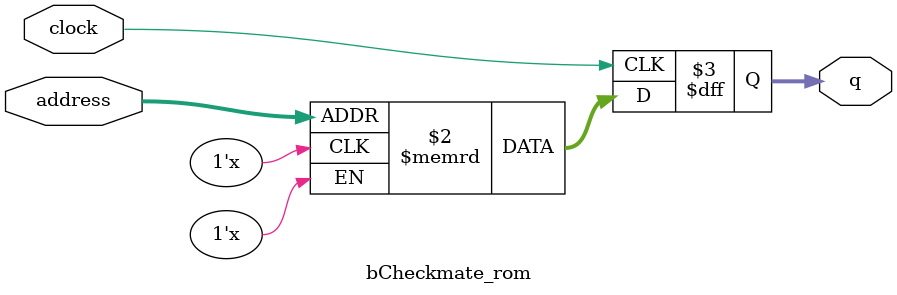
<source format=sv>
module bCheckmate_rom (
	input logic clock,
	input logic [11:0] address,
	output logic [1:0] q
);

logic [1:0] memory [0:3599] /* synthesis ram_init_file = "./bCheckmate/bCheckmate.COE" */;

always_ff @ (posedge clock) begin
	q <= memory[address];
end

endmodule

</source>
